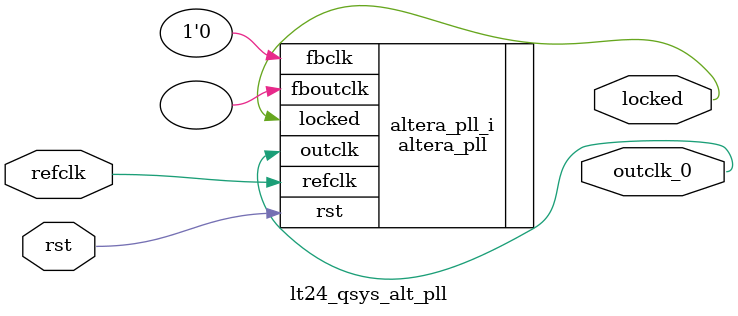
<source format=v>
`timescale 1ns/10ps
module  lt24_qsys_alt_pll(

	// interface 'refclk'
	input wire refclk,

	// interface 'reset'
	input wire rst,

	// interface 'outclk0'
	output wire outclk_0,

	// interface 'locked'
	output wire locked
);

	altera_pll #(
		.fractional_vco_multiplier("false"),
		.reference_clock_frequency("50.0 MHz"),
		.operation_mode("normal"),
		.number_of_clocks(1),
		.output_clock_frequency0("150.000000 MHz"),
		.phase_shift0("0 ps"),
		.duty_cycle0(50),
		.output_clock_frequency1("0 MHz"),
		.phase_shift1("0 ps"),
		.duty_cycle1(50),
		.output_clock_frequency2("0 MHz"),
		.phase_shift2("0 ps"),
		.duty_cycle2(50),
		.output_clock_frequency3("0 MHz"),
		.phase_shift3("0 ps"),
		.duty_cycle3(50),
		.output_clock_frequency4("0 MHz"),
		.phase_shift4("0 ps"),
		.duty_cycle4(50),
		.output_clock_frequency5("0 MHz"),
		.phase_shift5("0 ps"),
		.duty_cycle5(50),
		.output_clock_frequency6("0 MHz"),
		.phase_shift6("0 ps"),
		.duty_cycle6(50),
		.output_clock_frequency7("0 MHz"),
		.phase_shift7("0 ps"),
		.duty_cycle7(50),
		.output_clock_frequency8("0 MHz"),
		.phase_shift8("0 ps"),
		.duty_cycle8(50),
		.output_clock_frequency9("0 MHz"),
		.phase_shift9("0 ps"),
		.duty_cycle9(50),
		.output_clock_frequency10("0 MHz"),
		.phase_shift10("0 ps"),
		.duty_cycle10(50),
		.output_clock_frequency11("0 MHz"),
		.phase_shift11("0 ps"),
		.duty_cycle11(50),
		.output_clock_frequency12("0 MHz"),
		.phase_shift12("0 ps"),
		.duty_cycle12(50),
		.output_clock_frequency13("0 MHz"),
		.phase_shift13("0 ps"),
		.duty_cycle13(50),
		.output_clock_frequency14("0 MHz"),
		.phase_shift14("0 ps"),
		.duty_cycle14(50),
		.output_clock_frequency15("0 MHz"),
		.phase_shift15("0 ps"),
		.duty_cycle15(50),
		.output_clock_frequency16("0 MHz"),
		.phase_shift16("0 ps"),
		.duty_cycle16(50),
		.output_clock_frequency17("0 MHz"),
		.phase_shift17("0 ps"),
		.duty_cycle17(50),
		.pll_type("General"),
		.pll_subtype("General")
	) altera_pll_i (
		.rst	(rst),
		.outclk	({outclk_0}),
		.locked	(locked),
		.fboutclk	( ),
		.fbclk	(1'b0),
		.refclk	(refclk)
	);
endmodule


</source>
